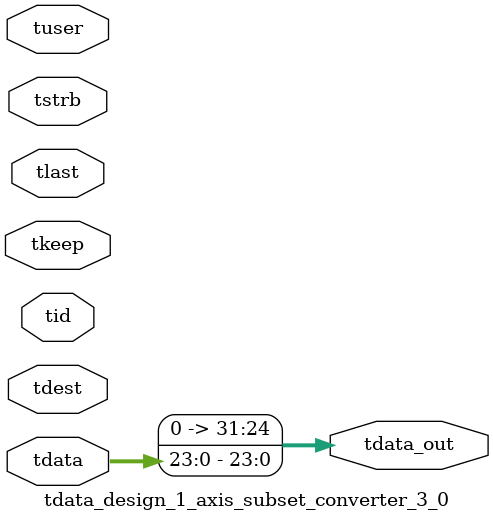
<source format=v>


`timescale 1ps/1ps

module tdata_design_1_axis_subset_converter_3_0 #
(
parameter C_S_AXIS_TDATA_WIDTH = 32,
parameter C_S_AXIS_TUSER_WIDTH = 0,
parameter C_S_AXIS_TID_WIDTH   = 0,
parameter C_S_AXIS_TDEST_WIDTH = 0,
parameter C_M_AXIS_TDATA_WIDTH = 32
)
(
input  [(C_S_AXIS_TDATA_WIDTH == 0 ? 1 : C_S_AXIS_TDATA_WIDTH)-1:0     ] tdata,
input  [(C_S_AXIS_TUSER_WIDTH == 0 ? 1 : C_S_AXIS_TUSER_WIDTH)-1:0     ] tuser,
input  [(C_S_AXIS_TID_WIDTH   == 0 ? 1 : C_S_AXIS_TID_WIDTH)-1:0       ] tid,
input  [(C_S_AXIS_TDEST_WIDTH == 0 ? 1 : C_S_AXIS_TDEST_WIDTH)-1:0     ] tdest,
input  [(C_S_AXIS_TDATA_WIDTH/8)-1:0 ] tkeep,
input  [(C_S_AXIS_TDATA_WIDTH/8)-1:0 ] tstrb,
input                                                                    tlast,
output [C_M_AXIS_TDATA_WIDTH-1:0] tdata_out
);

assign tdata_out = {8'b00000000,tdata[23:0]};

endmodule


</source>
